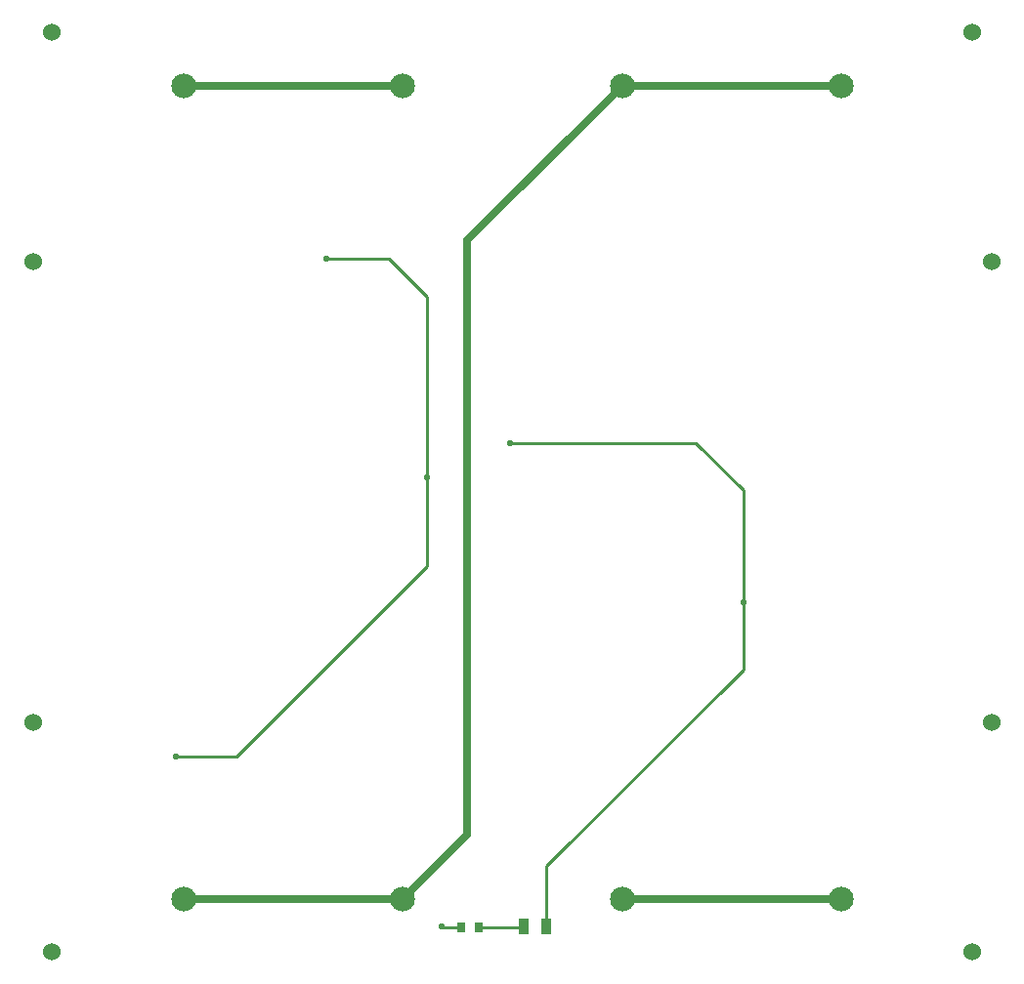
<source format=gtl>
G04*
G04 #@! TF.GenerationSoftware,Altium Limited,Altium Designer,22.9.1 (49)*
G04*
G04 Layer_Physical_Order=1*
G04 Layer_Color=255*
%FSLAX25Y25*%
%MOIN*%
G70*
G04*
G04 #@! TF.SameCoordinates,80F2EAEC-CDE7-43A4-84F7-7BEF4F4580BA*
G04*
G04*
G04 #@! TF.FilePolarity,Positive*
G04*
G01*
G75*
%ADD12C,0.01000*%
%ADD19R,0.02756X0.03543*%
%ADD20R,0.03543X0.05512*%
%ADD21C,0.02800*%
%ADD22C,0.08445*%
%ADD23C,0.06000*%
%ADD24C,0.02300*%
D12*
X-140901Y-325337D02*
Y-304934D01*
X-73801Y-237834D02*
Y-214645D01*
X-140901Y-304934D02*
X-73801Y-237834D01*
Y-214645D02*
Y-176567D01*
X-194720Y-97485D02*
X-181751Y-110454D01*
X-215880Y-97485D02*
X-194720D01*
X-181751Y-172121D02*
Y-110454D01*
Y-202336D02*
Y-172121D01*
X-267301Y-267437D02*
X-246852D01*
X-181751Y-202336D01*
X-153501Y-160337D02*
X-90031D01*
X-73801Y-176567D01*
X-149375Y-325937D02*
X-148775Y-325337D01*
X-163995Y-325937D02*
X-149375D01*
X-175800D02*
X-169901D01*
X-176400Y-325337D02*
X-175800Y-325937D01*
X-176671Y-325337D02*
X-176400D01*
D19*
X-169901Y-325937D02*
D03*
X-163995D02*
D03*
D20*
X-140901Y-325337D02*
D03*
X-148775D02*
D03*
D21*
X-189999Y-316195D02*
X-167891Y-294087D01*
Y-91175D02*
X-115197Y-38480D01*
X-167891Y-294087D02*
Y-91175D01*
X-264744Y-316195D02*
X-189999D01*
X-115196D02*
X-40196D01*
X-115197Y-38480D02*
X-40394D01*
X-265000D02*
X-190000D01*
D22*
X-264803D02*
D03*
X-40393Y-316195D02*
D03*
X-115196D02*
D03*
X-264803D02*
D03*
X-115197Y-38480D02*
D03*
X-40394D02*
D03*
X-189999Y-316195D02*
D03*
X-190000Y-38480D02*
D03*
D23*
X4385Y-334126D02*
D03*
X10823Y-255938D02*
D03*
Y-98400D02*
D03*
X-316041Y-255938D02*
D03*
X-316041Y-98400D02*
D03*
X-309602Y-334126D02*
D03*
X4385Y-20200D02*
D03*
X-309602D02*
D03*
D24*
X-181751Y-172121D02*
D03*
X-215880Y-97485D02*
D03*
X-153501Y-160337D02*
D03*
X-73801Y-214645D02*
D03*
X-176671Y-325337D02*
D03*
X-267301Y-267437D02*
D03*
M02*

</source>
